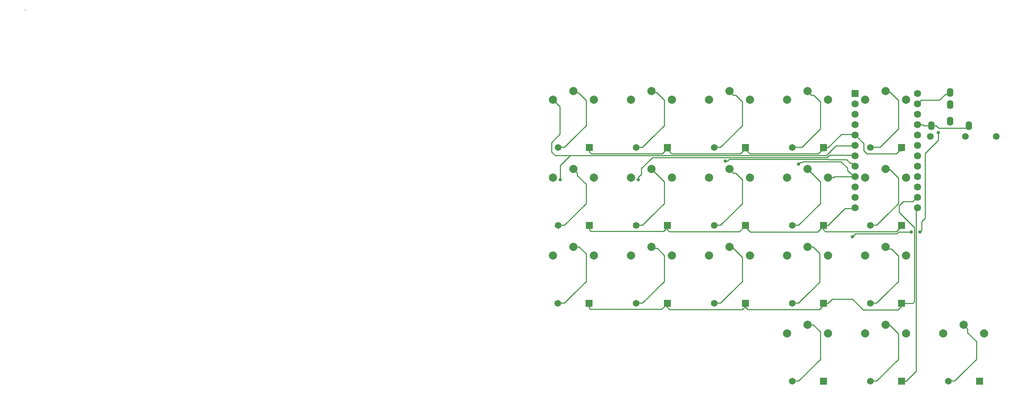
<source format=gbr>
G04 #@! TF.GenerationSoftware,KiCad,Pcbnew,(5.1.2)-2*
G04 #@! TF.CreationDate,2020-05-14T12:33:36-05:00*
G04 #@! TF.ProjectId,3DotDash,33446f74-4461-4736-982e-6b696361645f,rev?*
G04 #@! TF.SameCoordinates,Original*
G04 #@! TF.FileFunction,Copper,L2,Bot*
G04 #@! TF.FilePolarity,Positive*
%FSLAX46Y46*%
G04 Gerber Fmt 4.6, Leading zero omitted, Abs format (unit mm)*
G04 Created by KiCad (PCBNEW (5.1.2)-2) date 2020-05-14 12:33:36*
%MOMM*%
%LPD*%
G04 APERTURE LIST*
%ADD10C,2.000000*%
%ADD11O,1.600000X2.200000*%
%ADD12C,1.651000*%
%ADD13C,1.752600*%
%ADD14R,1.752600X1.752600*%
%ADD15R,1.651000X1.651000*%
%ADD16C,0.800000*%
%ADD17C,0.250000*%
G04 APERTURE END LIST*
D10*
X139220000Y-76441250D03*
X149220000Y-76441250D03*
X144220000Y-74341250D03*
X177320001Y-114541250D03*
X187320001Y-114541250D03*
X182320001Y-112441250D03*
X215420000Y-114541250D03*
X225420000Y-114541250D03*
X220420000Y-112441250D03*
X196370000Y-114541251D03*
X206370000Y-114541251D03*
X201370000Y-112441251D03*
X196370000Y-95491251D03*
X206370000Y-95491251D03*
X201370000Y-93391251D03*
X177320000Y-95491250D03*
X187320000Y-95491250D03*
X182320000Y-93391250D03*
X158269999Y-95491248D03*
X168269999Y-95491248D03*
X163269999Y-93391248D03*
X139220000Y-95491250D03*
X149220000Y-95491250D03*
X144220000Y-93391250D03*
X120170000Y-95491250D03*
X130170000Y-95491250D03*
X125170000Y-93391250D03*
X196370000Y-76441250D03*
X206370000Y-76441250D03*
X201370000Y-74341250D03*
X177320000Y-76441250D03*
X187320000Y-76441250D03*
X182320000Y-74341250D03*
X158270000Y-76441250D03*
X168270000Y-76441250D03*
X163270000Y-74341250D03*
X120170000Y-76441250D03*
X130170000Y-76441250D03*
X125170000Y-74341250D03*
X196370000Y-57391249D03*
X206370000Y-57391249D03*
X201370000Y-55291249D03*
X177320000Y-57391250D03*
X187320000Y-57391250D03*
X182320000Y-55291250D03*
X158270000Y-57391250D03*
X168270000Y-57391250D03*
X163270000Y-55291250D03*
X139220000Y-57391250D03*
X149220000Y-57391250D03*
X144220000Y-55291250D03*
X120170000Y-57391250D03*
X130170000Y-57391250D03*
X125170000Y-55291250D03*
D11*
X217150000Y-58650000D03*
X217150000Y-55650000D03*
X217150000Y-62650000D03*
X212550000Y-63750000D03*
X221750000Y-63750000D03*
D12*
X228410000Y-66430000D03*
X212350000Y-66370000D03*
X220910000Y-66370000D03*
D13*
X209232500Y-55880000D03*
X193992500Y-83820000D03*
X209232500Y-58420000D03*
X209232500Y-60960000D03*
X209232500Y-63500000D03*
X209232500Y-66040000D03*
X209232500Y-68580000D03*
X209232500Y-71120000D03*
X209232500Y-73660000D03*
X209232500Y-76200000D03*
X209232500Y-78740000D03*
X209232500Y-81280000D03*
X209232500Y-83820000D03*
X193992500Y-81280000D03*
X193992500Y-78740000D03*
X193992500Y-76200000D03*
X193992500Y-73660000D03*
X193992500Y-71120000D03*
X193992500Y-68580000D03*
X193992500Y-66040000D03*
X193992500Y-63500000D03*
X193992500Y-60960000D03*
X193992500Y-58420000D03*
D14*
X193992500Y-55880000D03*
D15*
X224388750Y-126278749D03*
D12*
X216768750Y-126278749D03*
D15*
X205338750Y-126278750D03*
D12*
X197718750Y-126278750D03*
D15*
X186288750Y-126278751D03*
D12*
X178668750Y-126278751D03*
D15*
X205338750Y-107228750D03*
D12*
X197718750Y-107228750D03*
D15*
X186288751Y-107228749D03*
D12*
X178668751Y-107228749D03*
D15*
X167238750Y-107228750D03*
D12*
X159618750Y-107228750D03*
D15*
X148188750Y-107228750D03*
D12*
X140568750Y-107228750D03*
D15*
X128980000Y-107228750D03*
D12*
X121360000Y-107228750D03*
D15*
X205338750Y-88178750D03*
D12*
X197718750Y-88178750D03*
D15*
X186288749Y-88178749D03*
D12*
X178668749Y-88178749D03*
D15*
X167238750Y-88178750D03*
D12*
X159618750Y-88178750D03*
D15*
X148188750Y-88178750D03*
D12*
X140568750Y-88178750D03*
D15*
X129138750Y-88178751D03*
D12*
X121518750Y-88178751D03*
D15*
X205338750Y-69128750D03*
D12*
X197718750Y-69128750D03*
D15*
X186288750Y-69128750D03*
D12*
X178668750Y-69128750D03*
D15*
X167238750Y-69128750D03*
D12*
X159618750Y-69128750D03*
D15*
X148188750Y-69128750D03*
D12*
X140568750Y-69128750D03*
D15*
X129138751Y-69128750D03*
D12*
X121518751Y-69128750D03*
D16*
X122015000Y-76971250D03*
X141065000Y-76971250D03*
X162275000Y-72385000D03*
X180181250Y-73168750D03*
X209810000Y-89810000D03*
X207630000Y-89810000D03*
X193250000Y-90940000D03*
X214240000Y-65510000D03*
D17*
X-8675000Y-35418750D02*
X-8675000Y-35418750D01*
X129138751Y-70204250D02*
X129578251Y-70643750D01*
X129138751Y-69128750D02*
X129138751Y-70204250D01*
X129578251Y-70643750D02*
X146843750Y-70643750D01*
X146843750Y-70643750D02*
X147637500Y-69850000D01*
X147637500Y-69850000D02*
X148431250Y-69850000D01*
X148431250Y-69850000D02*
X149225000Y-70643750D01*
X149225000Y-70643750D02*
X165893750Y-70643750D01*
X165893750Y-70643750D02*
X166687500Y-69850000D01*
X166687500Y-69850000D02*
X167481250Y-69850000D01*
X167481250Y-69850000D02*
X168275000Y-70643750D01*
X168275000Y-70643750D02*
X184943750Y-70643750D01*
X184943750Y-70643750D02*
X185737500Y-69850000D01*
X185737500Y-69850000D02*
X186531250Y-69850000D01*
X187364250Y-69128750D02*
X190611750Y-65881250D01*
X186288750Y-69128750D02*
X187364250Y-69128750D01*
X190611750Y-65881250D02*
X192087500Y-65881250D01*
X192087500Y-65881250D02*
X193675000Y-65881250D01*
X193992500Y-66040000D02*
X196056250Y-68103750D01*
X196056250Y-68103750D02*
X196056250Y-69168992D01*
X196056250Y-69168992D02*
X196056250Y-69850000D01*
X196056250Y-69850000D02*
X196850000Y-70643750D01*
X196850000Y-70643750D02*
X203993750Y-70643750D01*
X203993750Y-70643750D02*
X204787500Y-69850000D01*
X204787500Y-69850000D02*
X205581250Y-69850000D01*
X128325000Y-57921250D02*
X128325000Y-63762500D01*
X128325000Y-63762500D02*
X125412500Y-66675000D01*
X125412500Y-66675000D02*
X123031250Y-69056250D01*
X123031250Y-69056250D02*
X121443750Y-69056250D01*
X147375000Y-57921250D02*
X147375000Y-63762500D01*
X147375000Y-63762500D02*
X144462500Y-66675000D01*
X144462500Y-66675000D02*
X142081250Y-69056250D01*
X142081250Y-69056250D02*
X141287500Y-69056250D01*
X166425000Y-57921250D02*
X166425000Y-63762500D01*
X166425000Y-63762500D02*
X161131250Y-69056250D01*
X161131250Y-69056250D02*
X159543750Y-69056250D01*
X185475000Y-57921250D02*
X185475000Y-64556250D01*
X180975000Y-69056250D02*
X178593750Y-69056250D01*
X184150000Y-65881250D02*
X182562500Y-67468750D01*
X184150000Y-65881250D02*
X180975000Y-69056250D01*
X185475000Y-64556250D02*
X184150000Y-65881250D01*
X204525000Y-57921249D02*
X204525000Y-64556250D01*
X204525000Y-64556250D02*
X201612500Y-67468750D01*
X201612500Y-67468750D02*
X200025000Y-69056250D01*
X200025000Y-69056250D02*
X197643750Y-69056250D01*
X129138750Y-89254251D02*
X129464499Y-89580000D01*
X129138750Y-88178751D02*
X129138750Y-89254251D01*
X129464499Y-89580000D02*
X147150000Y-89580000D01*
X147150000Y-89580000D02*
X147240000Y-89580000D01*
X147240000Y-89580000D02*
X148050000Y-88770000D01*
X148188750Y-89254250D02*
X148624500Y-89690000D01*
X148188750Y-88178750D02*
X148188750Y-89254250D01*
X148624500Y-89690000D02*
X165710000Y-89690000D01*
X165710000Y-89690000D02*
X166670000Y-88730000D01*
X166670000Y-88730000D02*
X166710000Y-88690000D01*
X166710000Y-88690000D02*
X167640000Y-88690000D01*
X167640000Y-88690000D02*
X167640000Y-89000000D01*
X167640000Y-89000000D02*
X168390000Y-89750000D01*
X168390000Y-89750000D02*
X184820000Y-89750000D01*
X184820000Y-89750000D02*
X185740000Y-88830000D01*
X185740000Y-88830000D02*
X185820000Y-88750000D01*
X185820000Y-88750000D02*
X186740000Y-88750000D01*
X187364249Y-88178749D02*
X191502998Y-84040000D01*
X186288749Y-88178749D02*
X187364249Y-88178749D01*
X191502998Y-84040000D02*
X193160000Y-84040000D01*
X186288749Y-89254249D02*
X186744500Y-89710000D01*
X186288749Y-88178749D02*
X186288749Y-89254249D01*
X186744500Y-89710000D02*
X204000000Y-89710000D01*
X204000000Y-89710000D02*
X204860000Y-88850000D01*
X128325000Y-82812500D02*
X123031250Y-88106250D01*
X123031250Y-88106250D02*
X121443750Y-88106250D01*
X147375000Y-82812500D02*
X144462500Y-85725000D01*
X144462500Y-85725000D02*
X142081250Y-88106250D01*
X142081250Y-88106250D02*
X140493750Y-88106250D01*
X166425000Y-76971250D02*
X166425000Y-82812500D01*
X166425000Y-82812500D02*
X161131250Y-88106250D01*
X161131250Y-88106250D02*
X159543750Y-88106250D01*
X204525000Y-76971250D02*
X204525000Y-82812500D01*
X204525000Y-82812500D02*
X201612500Y-85725000D01*
X201612500Y-85725000D02*
X199231250Y-88106250D01*
X199231250Y-88106250D02*
X197643750Y-88106250D01*
X128980000Y-108304250D02*
X129345750Y-108670000D01*
X128980000Y-107228750D02*
X128980000Y-108304250D01*
X129345750Y-108670000D02*
X146740000Y-108670000D01*
X146740000Y-108670000D02*
X147690000Y-107720000D01*
X147690000Y-107720000D02*
X148670000Y-108700000D01*
X148670000Y-108700000D02*
X166450000Y-108700000D01*
X166450000Y-108700000D02*
X167110000Y-108040000D01*
X167110000Y-108040000D02*
X167790000Y-108720000D01*
X167790000Y-108720000D02*
X185270000Y-108720000D01*
X185270000Y-108720000D02*
X185980000Y-108010000D01*
X187364251Y-107228749D02*
X188363000Y-106230000D01*
X186288751Y-107228749D02*
X187364251Y-107228749D01*
X188363000Y-106230000D02*
X193320000Y-106230000D01*
X193320000Y-106230000D02*
X195840000Y-108750000D01*
X195840000Y-108750000D02*
X195930000Y-108840000D01*
X195930000Y-108840000D02*
X204480000Y-108840000D01*
X204480000Y-108840000D02*
X205130000Y-108190000D01*
X205130000Y-108190000D02*
X205130000Y-107720000D01*
X208041250Y-107228750D02*
X205338750Y-107228750D01*
X208390000Y-106880000D02*
X208041250Y-107228750D01*
X204680000Y-83380000D02*
X204680000Y-84980000D01*
X204680000Y-84980000D02*
X208390000Y-88690000D01*
X208390000Y-88690000D02*
X208390000Y-106880000D01*
X205755000Y-82305000D02*
X208065000Y-82305000D01*
X205755000Y-82305000D02*
X204680000Y-83380000D01*
X208065000Y-82305000D02*
X208850000Y-81520000D01*
X128325000Y-101862500D02*
X125412500Y-104775000D01*
X125412500Y-104775000D02*
X123031250Y-107156250D01*
X123031250Y-107156250D02*
X121443750Y-107156250D01*
X147375000Y-101862500D02*
X142081250Y-107156250D01*
X142081250Y-107156250D02*
X140493750Y-107156250D01*
X166424999Y-96021248D02*
X166424999Y-101862501D01*
X166424999Y-101862501D02*
X163512500Y-104775000D01*
X163512500Y-104775000D02*
X161131250Y-107156250D01*
X161131250Y-107156250D02*
X159543750Y-107156250D01*
X182562500Y-104775000D02*
X180181250Y-107156250D01*
X180181250Y-107156250D02*
X179387500Y-107156250D01*
X204525000Y-96021251D02*
X204525000Y-101862500D01*
X204525000Y-101862500D02*
X201612500Y-104775000D01*
X201612500Y-104775000D02*
X199231250Y-107156250D01*
X199231250Y-107156250D02*
X198437500Y-107156250D01*
X208840010Y-123852990D02*
X208840010Y-107066400D01*
X205338750Y-126278750D02*
X206414250Y-126278750D01*
X206414250Y-126278750D02*
X208840010Y-123852990D01*
X208840010Y-107066400D02*
X208840010Y-86679990D01*
X208840010Y-86679990D02*
X208840010Y-84569990D01*
X208840010Y-84569990D02*
X209420000Y-83990000D01*
X204525000Y-115071251D02*
X204525000Y-120912500D01*
X204525000Y-120912500D02*
X199231250Y-126206250D01*
X199231250Y-126206250D02*
X197643750Y-126206250D01*
X223575000Y-120912500D02*
X220662500Y-123825000D01*
X220662500Y-123825000D02*
X218281250Y-126206250D01*
X218281250Y-126206250D02*
X216693750Y-126206250D01*
X187122641Y-71543769D02*
X187726410Y-70940000D01*
X163083770Y-71543770D02*
X187122641Y-71543769D01*
X187726410Y-70940000D02*
X192500000Y-70940000D01*
X192500000Y-70940000D02*
X193720000Y-70940000D01*
X128325000Y-57921250D02*
X128325000Y-57625000D01*
X128325000Y-57625000D02*
X126480000Y-55780000D01*
X126480000Y-55780000D02*
X125800000Y-55780000D01*
X147375000Y-57921250D02*
X147375000Y-57525000D01*
X147375000Y-57525000D02*
X145520000Y-55670000D01*
X145520000Y-55670000D02*
X144470000Y-55670000D01*
X164794999Y-56291249D02*
X166425000Y-57921250D01*
X164269999Y-56291249D02*
X164794999Y-56291249D01*
X163270000Y-55291250D02*
X164269999Y-56291249D01*
X183844999Y-56291249D02*
X185475000Y-57921250D01*
X183319999Y-56291249D02*
X183844999Y-56291249D01*
X182320000Y-55291250D02*
X183319999Y-56291249D01*
X204525000Y-57921249D02*
X204525000Y-57605000D01*
X204525000Y-57605000D02*
X202520000Y-55600000D01*
X202520000Y-55600000D02*
X202000000Y-55600000D01*
X126169999Y-75959999D02*
X128325000Y-78115000D01*
X126169999Y-75341249D02*
X126169999Y-75959999D01*
X125170000Y-74341250D02*
X126169999Y-75341249D01*
X128325000Y-78115000D02*
X128325000Y-82812500D01*
X147375000Y-77496250D02*
X147375000Y-77905000D01*
X144220000Y-74341250D02*
X147375000Y-77496250D01*
X147375000Y-77905000D02*
X147375000Y-82812500D01*
X164794999Y-75341249D02*
X166425000Y-76971250D01*
X164269999Y-75341249D02*
X164794999Y-75341249D01*
X163270000Y-74341250D02*
X164269999Y-75341249D01*
X180181250Y-88106250D02*
X178593750Y-88106250D01*
X185475000Y-82812500D02*
X180181250Y-88106250D01*
X185475000Y-77475000D02*
X185475000Y-82812500D01*
X182300000Y-74300000D02*
X185475000Y-77475000D01*
X204525000Y-76971250D02*
X204525000Y-76575000D01*
X204525000Y-76575000D02*
X202490000Y-74540000D01*
X202490000Y-74540000D02*
X201990000Y-74540000D01*
X128325000Y-95132037D02*
X128325000Y-96505000D01*
X126584213Y-93391250D02*
X128325000Y-95132037D01*
X125170000Y-93391250D02*
X126584213Y-93391250D01*
X128325000Y-96021250D02*
X128325000Y-96505000D01*
X128325000Y-96505000D02*
X128325000Y-101862500D01*
X147375000Y-96021250D02*
X147375000Y-101862500D01*
X147375000Y-96021250D02*
X147375000Y-95495000D01*
X147375000Y-95495000D02*
X145660000Y-93780000D01*
X145660000Y-93780000D02*
X144630000Y-93780000D01*
X166424999Y-96021248D02*
X166424999Y-95914999D01*
X166424999Y-95914999D02*
X164070000Y-93560000D01*
X183734213Y-93391250D02*
X185350000Y-95007037D01*
X182320000Y-93391250D02*
X183734213Y-93391250D01*
X185350000Y-101987500D02*
X185233750Y-102103750D01*
X185350000Y-95007037D02*
X185350000Y-101987500D01*
X185233750Y-102103750D02*
X182562500Y-104775000D01*
X204525000Y-96021251D02*
X204525000Y-95655000D01*
X204525000Y-95655000D02*
X202800000Y-93930000D01*
X202800000Y-93930000D02*
X201550000Y-93930000D01*
X180181250Y-126206250D02*
X178593750Y-126206250D01*
X185475001Y-120912499D02*
X180181250Y-126206250D01*
X185475001Y-114182037D02*
X185475001Y-120912499D01*
X183734214Y-112441250D02*
X185475001Y-114182037D01*
X182320001Y-112441250D02*
X183734214Y-112441250D01*
X204525000Y-115071251D02*
X204525000Y-114635000D01*
X204525000Y-114635000D02*
X202430000Y-112540000D01*
X202430000Y-112540000D02*
X201730000Y-112540000D01*
X221419999Y-114399999D02*
X223575000Y-116555000D01*
X221419999Y-113441249D02*
X221419999Y-114399999D01*
X220420000Y-112441250D02*
X221419999Y-113441249D01*
X223575000Y-116555000D02*
X223575000Y-120912500D01*
X120766260Y-71093760D02*
X119856250Y-70183750D01*
X193340000Y-68640000D02*
X193260000Y-68720000D01*
X193260000Y-68720000D02*
X189310000Y-68720000D01*
X189310000Y-68720000D02*
X186936240Y-71093760D01*
X122015000Y-76405565D02*
X122010000Y-76400565D01*
X122015000Y-76971250D02*
X122015000Y-76405565D01*
X122010000Y-73560000D02*
X124476240Y-71093760D01*
X122010000Y-76400565D02*
X122010000Y-73560000D01*
X186936240Y-71093760D02*
X124476240Y-71093760D01*
X124476240Y-71093760D02*
X120766260Y-71093760D01*
X120170000Y-57391250D02*
X121898750Y-59120000D01*
X121898750Y-59120000D02*
X121898750Y-65851250D01*
X119856250Y-67893750D02*
X119856250Y-70183750D01*
X121898750Y-65851250D02*
X119856250Y-67893750D01*
X141065000Y-76405565D02*
X141830000Y-75640565D01*
X141065000Y-76971250D02*
X141065000Y-76405565D01*
X144496230Y-71543770D02*
X145643770Y-71543770D01*
X141830000Y-75640565D02*
X141830000Y-74210000D01*
X145297480Y-71543770D02*
X145643770Y-71543770D01*
X145643770Y-71543770D02*
X163083770Y-71543770D01*
X144170000Y-71870000D02*
X144496230Y-71543770D01*
X141830000Y-74210000D02*
X144170000Y-71870000D01*
X192720000Y-72940000D02*
X193170000Y-72940000D01*
X162275000Y-72385000D02*
X162840685Y-72385000D01*
X193170000Y-72940000D02*
X193780000Y-73550000D01*
X162840685Y-72385000D02*
X163231907Y-71993778D01*
X163231907Y-71993778D02*
X187309042Y-71993778D01*
X187309042Y-71993778D02*
X187415264Y-72100000D01*
X187415264Y-72100000D02*
X191880000Y-72100000D01*
X191880000Y-72100000D02*
X192720000Y-72940000D01*
X192050000Y-74720000D02*
X192740000Y-75410000D01*
X192940000Y-75410000D02*
X193560000Y-76030000D01*
X180181250Y-73168750D02*
X180581249Y-72768751D01*
X180581249Y-72768751D02*
X181021249Y-72768751D01*
X192740000Y-75410000D02*
X192940000Y-75410000D01*
X181021249Y-72768751D02*
X181239991Y-72550009D01*
X181239991Y-72550009D02*
X190500009Y-72550009D01*
X190500009Y-72550009D02*
X192050000Y-74100000D01*
X192050000Y-74100000D02*
X192050000Y-74720000D01*
X188734213Y-76441250D02*
X188965463Y-76210000D01*
X187320000Y-76441250D02*
X188734213Y-76441250D01*
X188965463Y-76210000D02*
X193690000Y-76210000D01*
X210471775Y-63500000D02*
X209232500Y-63500000D01*
X210721775Y-63750000D02*
X210471775Y-63500000D01*
X213780000Y-63750000D02*
X210721775Y-63750000D01*
X214380000Y-64350000D02*
X213780000Y-63750000D01*
X220940000Y-64350000D02*
X214380000Y-64350000D01*
X221540000Y-63750000D02*
X220940000Y-64350000D01*
X221750000Y-63750000D02*
X221540000Y-63750000D01*
X210108799Y-57543701D02*
X214526299Y-57543701D01*
X209232500Y-58420000D02*
X210108799Y-57543701D01*
X214526299Y-57543701D02*
X216020000Y-56050000D01*
X216020000Y-56050000D02*
X217100000Y-56050000D01*
X204536410Y-89810000D02*
X204186400Y-90160010D01*
X207630000Y-89810000D02*
X204536410Y-89810000D01*
X204186400Y-90160010D02*
X194500000Y-90160010D01*
X194500000Y-90160010D02*
X194029990Y-90160010D01*
X194029990Y-90160010D02*
X193250000Y-90940000D01*
X193250000Y-90940000D02*
X193250000Y-90940000D01*
X211750000Y-69840000D02*
X214240000Y-67350000D01*
X211055000Y-70535000D02*
X211750000Y-69840000D01*
X211055000Y-86395000D02*
X211055000Y-70535000D01*
X210209999Y-87240001D02*
X211055000Y-86395000D01*
X210209999Y-89410001D02*
X210209999Y-87240001D01*
X209810000Y-89810000D02*
X210209999Y-89410001D01*
X214240000Y-67350000D02*
X214240000Y-65510000D01*
M02*

</source>
